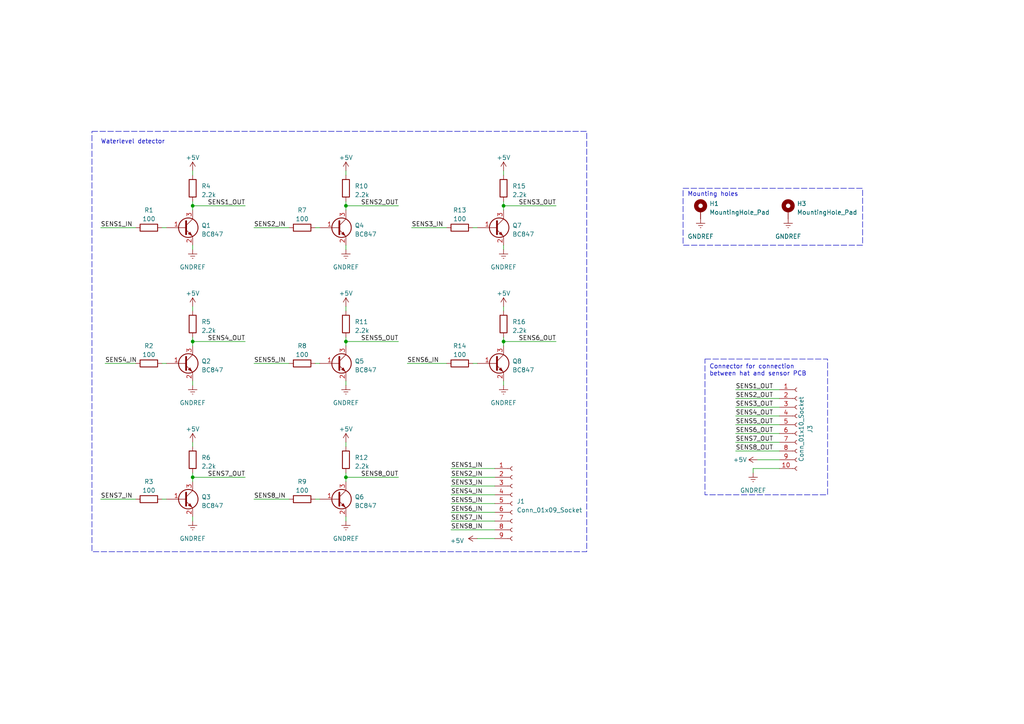
<source format=kicad_sch>
(kicad_sch (version 20230121) (generator eeschema)
  (paper "A4")
  (title_block (title "Greenhouse project FRDM-KL25Z waterlevel sensor") (date "2023-04-16") (rev "V2.0") (company "OnlyPlants") (comment 1 "Author: Emiel Visser"))
  (lib_symbols
    (symbol "Connector:Conn_01x09_Socket" (pin_names (offset 1.016) hide)
      (property "Reference" "J" (at 0 12.7 0))
      (property "Value" "Conn_01x09_Socket" (at 0 -12.7 0))
      (symbol "Conn_01x09_Socket_1_1"
        (arc (start 0 -9.652) (mid -0.5058 -10.16) (end 0 -10.668) (stroke (width 0.1524)))
        (arc (start 0 -7.112) (mid -0.5058 -7.62) (end 0 -8.128) (stroke (width 0.1524)))
        (arc (start 0 -4.572) (mid -0.5058 -5.08) (end 0 -5.588) (stroke (width 0.1524)))
        (arc (start 0 -2.032) (mid -0.5058 -2.54) (end 0 -3.048) (stroke (width 0.1524)))
        (polyline (pts (xy -1.27 -10.16) (xy -0.508 -10.16)) (stroke (width 0.1524)))
        (polyline (pts (xy -1.27 -7.62) (xy -0.508 -7.62)) (stroke (width 0.1524)))
        (polyline (pts (xy -1.27 -5.08) (xy -0.508 -5.08)) (stroke (width 0.1524)))
        (polyline (pts (xy -1.27 -2.54) (xy -0.508 -2.54)) (stroke (width 0.1524)))
        (polyline (pts (xy -1.27 0) (xy -0.508 0)) (stroke (width 0.1524)))
        (polyline (pts (xy -1.27 2.54) (xy -0.508 2.54)) (stroke (width 0.1524)))
        (polyline (pts (xy -1.27 5.08) (xy -0.508 5.08)) (stroke (width 0.1524)))
        (polyline (pts (xy -1.27 7.62) (xy -0.508 7.62)) (stroke (width 0.1524)))
        (polyline (pts (xy -1.27 10.16) (xy -0.508 10.16)) (stroke (width 0.1524)))
        (arc (start 0 0.508) (mid -0.5058 0) (end 0 -0.508) (stroke (width 0.1524)))
        (arc (start 0 3.048) (mid -0.5058 2.54) (end 0 2.032) (stroke (width 0.1524)))
        (arc (start 0 5.588) (mid -0.5058 5.08) (end 0 4.572) (stroke (width 0.1524)))
        (arc (start 0 8.128) (mid -0.5058 7.62) (end 0 7.112) (stroke (width 0.1524)))
        (arc (start 0 10.668) (mid -0.5058 10.16) (end 0 9.652) (stroke (width 0.1524)))
        (pin passive line (at -5.08 10.16 0) (length 3.81) (name "Pin_1") (number "1"))
        (pin passive line (at -5.08 7.62 0) (length 3.81) (name "Pin_2") (number "2"))
        (pin passive line (at -5.08 5.08 0) (length 3.81) (name "Pin_3") (number "3"))
        (pin passive line (at -5.08 2.54 0) (length 3.81) (name "Pin_4") (number "4"))
        (pin passive line (at -5.08 0 0) (length 3.81) (name "Pin_5") (number "5"))
        (pin passive line (at -5.08 -2.54 0) (length 3.81) (name "Pin_6") (number "6"))
        (pin passive line (at -5.08 -5.08 0) (length 3.81) (name "Pin_7") (number "7"))
        (pin passive line (at -5.08 -7.62 0) (length 3.81) (name "Pin_8") (number "8"))
        (pin passive line (at -5.08 -10.16 0) (length 3.81) (name "Pin_9") (number "9"))
      )
    )
    (symbol "Connector:Conn_01x10_Socket" (pin_names (offset 1.016) hide)
      (property "Reference" "J" (at 0 12.7 0))
      (property "Value" "Conn_01x10_Socket" (at 0 -15.24 0))
      (symbol "Conn_01x10_Socket_1_1"
        (arc (start 0 -12.192) (mid -0.5058 -12.7) (end 0 -13.208) (stroke (width 0.1524)))
        (arc (start 0 -9.652) (mid -0.5058 -10.16) (end 0 -10.668) (stroke (width 0.1524)))
        (arc (start 0 -7.112) (mid -0.5058 -7.62) (end 0 -8.128) (stroke (width 0.1524)))
        (arc (start 0 -4.572) (mid -0.5058 -5.08) (end 0 -5.588) (stroke (width 0.1524)))
        (arc (start 0 -2.032) (mid -0.5058 -2.54) (end 0 -3.048) (stroke (width 0.1524)))
        (polyline (pts (xy -1.27 -12.7) (xy -0.508 -12.7)) (stroke (width 0.1524)))
        (polyline (pts (xy -1.27 -10.16) (xy -0.508 -10.16)) (stroke (width 0.1524)))
        (polyline (pts (xy -1.27 -7.62) (xy -0.508 -7.62)) (stroke (width 0.1524)))
        (polyline (pts (xy -1.27 -5.08) (xy -0.508 -5.08)) (stroke (width 0.1524)))
        (polyline (pts (xy -1.27 -2.54) (xy -0.508 -2.54)) (stroke (width 0.1524)))
        (polyline (pts (xy -1.27 0) (xy -0.508 0)) (stroke (width 0.1524)))
        (polyline (pts (xy -1.27 2.54) (xy -0.508 2.54)) (stroke (width 0.1524)))
        (polyline (pts (xy -1.27 5.08) (xy -0.508 5.08)) (stroke (width 0.1524)))
        (polyline (pts (xy -1.27 7.62) (xy -0.508 7.62)) (stroke (width 0.1524)))
        (polyline (pts (xy -1.27 10.16) (xy -0.508 10.16)) (stroke (width 0.1524)))
        (arc (start 0 0.508) (mid -0.5058 0) (end 0 -0.508) (stroke (width 0.1524)))
        (arc (start 0 3.048) (mid -0.5058 2.54) (end 0 2.032) (stroke (width 0.1524)))
        (arc (start 0 5.588) (mid -0.5058 5.08) (end 0 4.572) (stroke (width 0.1524)))
        (arc (start 0 8.128) (mid -0.5058 7.62) (end 0 7.112) (stroke (width 0.1524)))
        (arc (start 0 10.668) (mid -0.5058 10.16) (end 0 9.652) (stroke (width 0.1524)))
        (pin passive line (at -5.08 10.16 0) (length 3.81) (name "Pin_1") (number "1"))
        (pin passive line (at -5.08 -12.7 0) (length 3.81) (name "Pin_10") (number "10"))
        (pin passive line (at -5.08 7.62 0) (length 3.81) (name "Pin_2") (number "2"))
        (pin passive line (at -5.08 5.08 0) (length 3.81) (name "Pin_3") (number "3"))
        (pin passive line (at -5.08 2.54 0) (length 3.81) (name "Pin_4") (number "4"))
        (pin passive line (at -5.08 0 0) (length 3.81) (name "Pin_5") (number "5"))
        (pin passive line (at -5.08 -2.54 0) (length 3.81) (name "Pin_6") (number "6"))
        (pin passive line (at -5.08 -5.08 0) (length 3.81) (name "Pin_7") (number "7"))
        (pin passive line (at -5.08 -7.62 0) (length 3.81) (name "Pin_8") (number "8"))
        (pin passive line (at -5.08 -10.16 0) (length 3.81) (name "Pin_9") (number "9"))
      )
    )
    (symbol "Device:R" (pin_numbers hide) (pin_names (offset 0))
      (property "Reference" "R" (at 2.032 0 90))
      (property "Value" "R" (at 0 0 90))
      (symbol "R_0_1"
        (rectangle (start -1.016 -2.54) (end 1.016 2.54) (stroke (width 0.254)))
      )
      (symbol "R_1_1"
        (pin passive line (at 0 3.81 270) (length 1.27) (name "~") (number "1"))
        (pin passive line (at 0 -3.81 90) (length 1.27) (name "~") (number "2"))
      )
    )
    (symbol "GNDREF_1" (power) (pin_names (offset 0))
      (property "Value" "GNDREF_1" (at 0 -3.81 0))
      (symbol "GNDREF_1_0_1"
        (polyline (pts (xy -0.635 -1.905) (xy 0.635 -1.905)))
        (polyline (pts (xy -0.127 -2.54) (xy 0.127 -2.54)))
        (polyline (pts (xy 0 -1.27) (xy 0 0)))
        (polyline (pts (xy 1.27 -1.27) (xy -1.27 -1.27)))
      )
      (symbol "GNDREF_1_1_1"
        (pin power_in line (at 0 0 270) (length 0) hide (name "GNDREF") (number "1"))
      )
    )
    (symbol "Mechanical:MountingHole_Pad" (pin_numbers hide) (pin_names (offset 1.016) hide)
      (property "Reference" "H" (at 0 6.35 0))
      (property "Value" "MountingHole_Pad" (at 0 4.445 0))
      (symbol "MountingHole_Pad_0_1"
        (circle (center 0 1.27) (radius 1.27) (stroke (width 1.27)))
      )
      (symbol "MountingHole_Pad_1_1"
        (pin input line (at 0 -2.54 90) (length 2.54) (name "1") (number "1"))
      )
    )
    (symbol "Transistor_BJT:BC847" (pin_names (offset 0) hide)
      (property "Reference" "Q" (at 5.08 1.905 0))
      (property "Value" "BC847" (at 5.08 0 0))
      (symbol "BC847_0_1"
        (polyline (pts (xy 0.635 0.635) (xy 2.54 2.54)))
        (polyline (pts (xy 0.635 -0.635) (xy 2.54 -2.54) (xy 2.54 -2.54)))
        (polyline (pts (xy 0.635 1.905) (xy 0.635 -1.905) (xy 0.635 -1.905)) (stroke (width 0.508)))
        (polyline (pts (xy 1.27 -1.778) (xy 1.778 -1.27) (xy 2.286 -2.286) (xy 1.27 -1.778) (xy 1.27 -1.778)) (fill (type outline)))
        (circle (center 1.27 0) (radius 2.8194) (stroke (width 0.254)))
      )
      (symbol "BC847_1_1"
        (pin input line (at -5.08 0 0) (length 5.715) (name "B") (number "1"))
        (pin passive line (at 2.54 -5.08 90) (length 2.54) (name "E") (number "2"))
        (pin passive line (at 2.54 5.08 270) (length 2.54) (name "C") (number "3"))
      )
    )
    (symbol "power:+5V" (power) (pin_names (offset 0))
      (property "Value" "+5V" (at 0 3.556 0))
      (symbol "+5V_0_1"
        (polyline (pts (xy -0.762 1.27) (xy 0 2.54)))
        (polyline (pts (xy 0 0) (xy 0 2.54)))
        (polyline (pts (xy 0 2.54) (xy 0.762 1.27)))
      )
      (symbol "+5V_1_1"
        (pin power_in line (at 0 0 90) (length 0) hide (name "+5V") (number "1"))
      )
    )
    (symbol "power:GNDREF" (power) (pin_names (offset 0))
      (property "Value" "GNDREF" (at 0 -3.81 0))
      (symbol "GNDREF_0_1"
        (polyline (pts (xy -0.635 -1.905) (xy 0.635 -1.905)))
        (polyline (pts (xy -0.127 -2.54) (xy 0.127 -2.54)))
        (polyline (pts (xy 0 -1.27) (xy 0 0)))
        (polyline (pts (xy 1.27 -1.27) (xy -1.27 -1.27)))
      )
      (symbol "GNDREF_1_1"
        (pin power_in line (at 0 0 270) (length 0) hide (name "GNDREF") (number "1"))
      )
    )
  )
  (junction (at 146.05 99.06))
  (junction (at 100.33 138.43))
  (junction (at 55.88 138.43))
  (junction (at 146.05 59.69))
  (junction (at 55.88 99.06))
  (junction (at 100.33 59.69))
  (junction (at 100.33 99.06))
  (junction (at 55.88 59.69))
  (wire (pts (xy 146.05 97.79) (xy 146.05 99.06)))
  (wire (pts (xy 100.33 71.12) (xy 100.33 72.39)))
  (wire (pts (xy 100.33 99.06) (xy 100.33 100.33)))
  (wire (pts (xy 100.33 97.79) (xy 100.33 99.06)))
  (wire (pts (xy 118.11 105.41) (xy 129.54 105.41)))
  (wire (pts (xy 55.88 49.53) (xy 55.88 50.8)))
  (wire (pts (xy 130.81 138.43) (xy 143.51 138.43)))
  (wire (pts (xy 213.36 128.27) (xy 226.06 128.27)))
  (wire (pts (xy 115.57 59.69) (xy 100.33 59.69)))
  (wire (pts (xy 213.36 118.11) (xy 226.06 118.11)))
  (wire (pts (xy 100.33 49.53) (xy 100.33 50.8)))
  (wire (pts (xy 146.05 110.49) (xy 146.05 111.76)))
  (wire (pts (xy 91.44 144.78) (xy 92.71 144.78)))
  (wire (pts (xy 213.36 120.65) (xy 226.06 120.65)))
  (wire (pts (xy 138.43 156.21) (xy 143.51 156.21)))
  (wire (pts (xy 91.44 66.04) (xy 92.71 66.04)))
  (wire (pts (xy 55.88 71.12) (xy 55.88 72.39)))
  (wire (pts (xy 146.05 59.69) (xy 146.05 60.96)))
  (wire (pts (xy 100.33 137.16) (xy 100.33 138.43)))
  (wire (pts (xy 130.81 153.67) (xy 143.51 153.67)))
  (wire (pts (xy 29.21 144.78) (xy 39.37 144.78)))
  (wire (pts (xy 146.05 71.12) (xy 146.05 72.39)))
  (wire (pts (xy 55.88 137.16) (xy 55.88 138.43)))
  (wire (pts (xy 29.21 66.04) (xy 39.37 66.04)))
  (wire (pts (xy 130.81 143.51) (xy 143.51 143.51)))
  (wire (pts (xy 55.88 149.86) (xy 55.88 151.13)))
  (wire (pts (xy 73.66 105.41) (xy 83.82 105.41)))
  (wire (pts (xy 30.48 105.41) (xy 39.37 105.41)))
  (wire (pts (xy 55.88 97.79) (xy 55.88 99.06)))
  (wire (pts (xy 146.05 58.42) (xy 146.05 59.69)))
  (wire (pts (xy 146.05 88.9) (xy 146.05 90.17)))
  (wire (pts (xy 55.88 58.42) (xy 55.88 59.69)))
  (wire (pts (xy 213.36 130.81) (xy 226.06 130.81)))
  (wire (pts (xy 137.16 105.41) (xy 138.43 105.41)))
  (wire (pts (xy 100.33 149.86) (xy 100.33 151.13)))
  (wire (pts (xy 73.66 144.78) (xy 83.82 144.78)))
  (wire (pts (xy 100.33 128.27) (xy 100.33 129.54)))
  (wire (pts (xy 100.33 58.42) (xy 100.33 59.69)))
  (wire (pts (xy 46.99 105.41) (xy 48.26 105.41)))
  (wire (pts (xy 213.36 113.03) (xy 226.06 113.03)))
  (wire (pts (xy 130.81 148.59) (xy 143.51 148.59)))
  (wire (pts (xy 226.06 133.35) (xy 219.71 133.35)))
  (wire (pts (xy 100.33 59.69) (xy 100.33 60.96)))
  (wire (pts (xy 55.88 88.9) (xy 55.88 90.17)))
  (wire (pts (xy 55.88 59.69) (xy 55.88 60.96)))
  (wire (pts (xy 213.36 125.73) (xy 226.06 125.73)))
  (wire (pts (xy 161.29 59.69) (xy 146.05 59.69)))
  (wire (pts (xy 218.44 135.89) (xy 226.06 135.89)))
  (wire (pts (xy 71.12 99.06) (xy 55.88 99.06)))
  (wire (pts (xy 100.33 88.9) (xy 100.33 90.17)))
  (wire (pts (xy 71.12 59.69) (xy 55.88 59.69)))
  (wire (pts (xy 115.57 99.06) (xy 100.33 99.06)))
  (wire (pts (xy 119.38 66.04) (xy 129.54 66.04)))
  (wire (pts (xy 130.81 135.89) (xy 143.51 135.89)))
  (wire (pts (xy 161.29 99.06) (xy 146.05 99.06)))
  (wire (pts (xy 46.99 66.04) (xy 48.26 66.04)))
  (wire (pts (xy 146.05 99.06) (xy 146.05 100.33)))
  (wire (pts (xy 115.57 138.43) (xy 100.33 138.43)))
  (wire (pts (xy 55.88 128.27) (xy 55.88 129.54)))
  (wire (pts (xy 46.99 144.78) (xy 48.26 144.78)))
  (wire (pts (xy 213.36 115.57) (xy 226.06 115.57)))
  (wire (pts (xy 130.81 146.05) (xy 143.51 146.05)))
  (wire (pts (xy 73.66 66.04) (xy 83.82 66.04)))
  (wire (pts (xy 91.44 105.41) (xy 92.71 105.41)))
  (wire (pts (xy 213.36 123.19) (xy 226.06 123.19)))
  (wire (pts (xy 130.81 140.97) (xy 143.51 140.97)))
  (wire (pts (xy 55.88 110.49) (xy 55.88 111.76)))
  (wire (pts (xy 137.16 66.04) (xy 138.43 66.04)))
  (wire (pts (xy 71.12 138.43) (xy 55.88 138.43)))
  (wire (pts (xy 100.33 110.49) (xy 100.33 111.76)))
  (wire (pts (xy 55.88 99.06) (xy 55.88 100.33)))
  (wire (pts (xy 130.81 151.13) (xy 143.51 151.13)))
  (wire (pts (xy 218.44 137.16) (xy 218.44 135.89)))
  (wire (pts (xy 146.05 49.53) (xy 146.05 50.8)))
  (wire (pts (xy 100.33 138.43) (xy 100.33 139.7)))
  (wire (pts (xy 55.88 138.43) (xy 55.88 139.7)))
  (rectangle (start 198.12 54.61) (end 250.19 71.12) (stroke (width 0) (type dash)))
  (rectangle (start 26.67 38.1) (end 170.18 160.02) (stroke (width 0) (type dash)))
  (rectangle (start 204.47 104.14) (end 240.03 143.51) (stroke (width 0) (type dash)))
  (text "Mounting holes" (at 199.39 57.15 0) (effects (font (size 1.27 1.27)) (justify left bottom)))
  (text "Connector for connection\nbetween hat and sensor PCB" (at 205.74 109.22 0) (effects (font (size 1.27 1.27)) (justify left bottom)))
  (text "Waterlevel detector" (at 29.21 41.91 0) (effects (font (size 1.27 1.27)) (justify left bottom)))
  (label "SENS5_IN" (at 130.81 146.05 0) (property "Intersheetrefs" "${INTERSHEET_REFS}" (effects hide)))
  (label "SENS3_IN" (at 130.81 140.97 0) (property "Intersheetrefs" "${INTERSHEET_REFS}" (effects hide)))
  (label "SENS6_IN" (at 118.11 105.41 0) (property "Intersheetrefs" "${INTERSHEET_REFS}" (effects hide)))
  (label "SENS2_OUT" (at 115.57 59.69 180))
  (label "SENS2_IN" (at 130.81 138.43 0) (property "Intersheetrefs" "${INTERSHEET_REFS}" (effects hide)))
  (label "SENS6_IN" (at 130.81 148.59 0) (property "Intersheetrefs" "${INTERSHEET_REFS}" (effects hide)))
  (label "SENS1_OUT" (at 71.12 59.69 180))
  (label "SENS1_OUT" (at 213.36 113.03 0) (property "Intersheetrefs" "${INTERSHEET_REFS}" (effects hide)))
  (label "SENS2_IN" (at 73.66 66.04 0) (property "Intersheetrefs" "${INTERSHEET_REFS}" (effects hide)))
  (label "SENS4_IN" (at 130.81 143.51 0) (property "Intersheetrefs" "${INTERSHEET_REFS}" (effects hide)))
  (label "SENS1_IN" (at 29.21 66.04 0) (property "Intersheetrefs" "${INTERSHEET_REFS}" (effects hide)))
  (label "SENS5_IN" (at 73.66 105.41 0) (property "Intersheetrefs" "${INTERSHEET_REFS}" (effects hide)))
  (label "SENS3_OUT" (at 161.29 59.69 180))
  (label "SENS7_OUT" (at 71.12 138.43 180))
  (label "SENS8_IN" (at 73.66 144.78 0) (property "Intersheetrefs" "${INTERSHEET_REFS}" (effects hide)))
  (label "SENS1_IN" (at 130.81 135.89 0) (property "Intersheetrefs" "${INTERSHEET_REFS}" (effects hide)))
  (label "SENS8_OUT" (at 115.57 138.43 180))
  (label "SENS4_IN" (at 30.48 105.41 0) (property "Intersheetrefs" "${INTERSHEET_REFS}" (effects hide)))
  (label "SENS6_OUT" (at 213.36 125.73 0) (property "Intersheetrefs" "${INTERSHEET_REFS}" (effects hide)))
  (label "SENS6_OUT" (at 161.29 99.06 180))
  (label "SENS7_IN" (at 29.21 144.78 0) (property "Intersheetrefs" "${INTERSHEET_REFS}" (effects hide)))
  (label "SENS5_OUT" (at 213.36 123.19 0) (property "Intersheetrefs" "${INTERSHEET_REFS}" (effects hide)))
  (label "SENS5_OUT" (at 115.57 99.06 180))
  (label "SENS3_OUT" (at 213.36 118.11 0) (property "Intersheetrefs" "${INTERSHEET_REFS}" (effects hide)))
  (label "SENS8_IN" (at 130.81 153.67 0) (property "Intersheetrefs" "${INTERSHEET_REFS}" (effects hide)))
  (label "SENS8_OUT" (at 213.36 130.81 0) (property "Intersheetrefs" "${INTERSHEET_REFS}" (effects hide)))
  (label "SENS4_OUT" (at 213.36 120.65 0) (property "Intersheetrefs" "${INTERSHEET_REFS}" (effects hide)))
  (label "SENS7_OUT" (at 213.36 128.27 0) (property "Intersheetrefs" "${INTERSHEET_REFS}" (effects hide)))
  (label "SENS3_IN" (at 119.38 66.04 0) (property "Intersheetrefs" "${INTERSHEET_REFS}" (effects hide)))
  (label "SENS2_OUT" (at 213.36 115.57 0) (property "Intersheetrefs" "${INTERSHEET_REFS}" (effects hide)))
  (label "SENS7_IN" (at 130.81 151.13 0) (property "Intersheetrefs" "${INTERSHEET_REFS}" (effects hide)))
  (label "SENS4_OUT" (at 71.12 99.06 180))
  (symbol (lib_id "power:GNDREF") (at 146.05 72.39 0) (unit 1)
    (property "Reference" "#PWR015" (effects hide))
    (property "Value" "GNDREF" (at 146.05 77.47 0))
  )
  (symbol (lib_id "power:GNDREF") (at 146.05 111.76 0) (unit 1)
    (property "Reference" "#PWR017" (effects hide))
    (property "Value" "GNDREF" (at 146.05 116.84 0))
  )
  (symbol (lib_id "power:GNDREF") (at 100.33 151.13 0) (unit 1)
    (property "Reference" "#PWR012" (effects hide))
    (property "Value" "GNDREF" (at 100.33 156.21 0))
  )
  (symbol (lib_id "Device:R") (at 146.05 54.61 180) (unit 1)
    (property "Reference" "R15" (at 148.59 53.975 0) (effects (justify right)))
    (property "Value" "2.2k" (at 148.59 56.515 0) (effects (justify right)))
    (property "Footprint" "Resistor_SMD:R_1206_3216Metric_Pad1.30x1.75mm_HandSolder" (effects hide))
  )
  (symbol (lib_id "Device:R") (at 100.33 93.98 180) (unit 1)
    (property "Reference" "R11" (at 102.87 93.345 0) (effects (justify right)))
    (property "Value" "2.2k" (at 102.87 95.885 0) (effects (justify right)))
    (property "Footprint" "Resistor_SMD:R_1206_3216Metric_Pad1.30x1.75mm_HandSolder" (effects hide))
  )
  (symbol (lib_id "Mechanical:MountingHole_Pad") (at 228.6 60.96 0) (unit 1)
    (property "Reference" "H3" (at 231.14 59.055 0) (effects (justify left)))
    (property "Value" "MountingHole_Pad" (at 231.14 61.595 0) (effects (justify left)))
    (property "Footprint" "MountingHole:MountingHole_3.2mm_M3_Pad_Via" (effects hide))
  )
  (symbol (lib_id "power:GNDREF") (at 100.33 72.39 0) (unit 1)
    (property "Reference" "#PWR08" (effects hide))
    (property "Value" "GNDREF" (at 100.33 77.47 0))
  )
  (symbol (lib_name "GNDREF_1") (lib_id "power:GNDREF") (at 203.2 63.5 0) (unit 1)
    (property "Reference" "#PWR019" (effects hide))
    (property "Value" "GNDREF" (at 203.2 68.58 0))
  )
  (symbol (lib_id "power:+5V") (at 138.43 156.21 90) (unit 1)
    (property "Reference" "#PWR013" (effects hide))
    (property "Value" "+5V" (at 134.62 156.845 90) (effects (justify left)))
  )
  (symbol (lib_id "Transistor_BJT:BC847") (at 143.51 105.41 0) (unit 1)
    (property "Reference" "Q8" (at 148.59 104.775 0) (effects (justify left)))
    (property "Value" "BC847" (at 148.59 107.315 0) (effects (justify left)))
    (property "Footprint" "Package_TO_SOT_SMD:SOT-23" (effects hide))
    (property "Datasheet" "http://www.infineon.com/dgdl/Infineon-BC847SERIES_BC848SERIES_BC849SERIES_BC850SERIES-DS-v01_01-en.pdf?fileId=db3a304314dca389011541d4630a1657" (effects hide))
  )
  (symbol (lib_id "Transistor_BJT:BC847") (at 97.79 105.41 0) (unit 1)
    (property "Reference" "Q5" (at 102.87 104.775 0) (effects (justify left)))
    (property "Value" "BC847" (at 102.87 107.315 0) (effects (justify left)))
    (property "Footprint" "Package_TO_SOT_SMD:SOT-23" (effects hide))
    (property "Datasheet" "http://www.infineon.com/dgdl/Infineon-BC847SERIES_BC848SERIES_BC849SERIES_BC850SERIES-DS-v01_01-en.pdf?fileId=db3a304314dca389011541d4630a1657" (effects hide))
  )
  (symbol (lib_id "Transistor_BJT:BC847") (at 97.79 144.78 0) (unit 1)
    (property "Reference" "Q6" (at 102.87 144.145 0) (effects (justify left)))
    (property "Value" "BC847" (at 102.87 146.685 0) (effects (justify left)))
    (property "Footprint" "Package_TO_SOT_SMD:SOT-23" (effects hide))
    (property "Datasheet" "http://www.infineon.com/dgdl/Infineon-BC847SERIES_BC848SERIES_BC849SERIES_BC850SERIES-DS-v01_01-en.pdf?fileId=db3a304314dca389011541d4630a1657" (effects hide))
  )
  (symbol (lib_id "power:GNDREF") (at 218.44 137.16 0) (unit 1)
    (property "Reference" "#PWR020" (effects hide))
    (property "Value" "GNDREF" (at 218.44 142.24 0))
  )
  (symbol (lib_id "power:GNDREF") (at 55.88 151.13 0) (unit 1)
    (property "Reference" "#PWR06" (effects hide))
    (property "Value" "GNDREF" (at 55.88 156.21 0))
  )
  (symbol (lib_id "Mechanical:MountingHole_Pad") (at 203.2 60.96 0) (unit 1)
    (property "Reference" "H1" (at 205.74 59.055 0) (effects (justify left)))
    (property "Value" "MountingHole_Pad" (at 205.74 61.595 0) (effects (justify left)))
    (property "Footprint" "MountingHole:MountingHole_3.2mm_M3_Pad_Via" (effects hide))
  )
  (symbol (lib_id "Device:R") (at 43.18 144.78 270) (unit 1)
    (property "Reference" "R3" (at 43.18 139.7 90))
    (property "Value" "100" (at 43.18 142.24 90))
    (property "Footprint" "Resistor_SMD:R_1206_3216Metric_Pad1.30x1.75mm_HandSolder" (effects hide))
  )
  (symbol (lib_id "Device:R") (at 87.63 66.04 270) (unit 1)
    (property "Reference" "R7" (at 87.63 60.96 90))
    (property "Value" "100" (at 87.63 63.5 90))
    (property "Footprint" "Resistor_SMD:R_1206_3216Metric_Pad1.30x1.75mm_HandSolder" (effects hide))
  )
  (symbol (lib_id "Device:R") (at 43.18 66.04 270) (unit 1)
    (property "Reference" "R1" (at 43.18 60.96 90))
    (property "Value" "100" (at 43.18 63.5 90))
    (property "Footprint" "Resistor_SMD:R_1206_3216Metric_Pad1.30x1.75mm_HandSolder" (effects hide))
  )
  (symbol (lib_id "power:+5V") (at 100.33 49.53 0) (unit 1)
    (property "Reference" "#PWR07" (effects hide))
    (property "Value" "+5V" (at 100.33 45.72 0))
  )
  (symbol (lib_id "power:+5V") (at 100.33 88.9 0) (unit 1)
    (property "Reference" "#PWR09" (effects hide))
    (property "Value" "+5V" (at 100.33 85.09 0))
  )
  (symbol (lib_id "power:+5V") (at 146.05 88.9 0) (unit 1)
    (property "Reference" "#PWR016" (effects hide))
    (property "Value" "+5V" (at 146.05 85.09 0))
  )
  (symbol (lib_id "Device:R") (at 133.35 105.41 270) (unit 1)
    (property "Reference" "R14" (at 133.35 100.33 90))
    (property "Value" "100" (at 133.35 102.87 90))
    (property "Footprint" "Resistor_SMD:R_1206_3216Metric_Pad1.30x1.75mm_HandSolder" (effects hide))
  )
  (symbol (lib_id "power:+5V") (at 55.88 128.27 0) (unit 1)
    (property "Reference" "#PWR05" (effects hide))
    (property "Value" "+5V" (at 55.88 124.46 0))
  )
  (symbol (lib_id "power:GNDREF") (at 55.88 111.76 0) (unit 1)
    (property "Reference" "#PWR04" (effects hide))
    (property "Value" "GNDREF" (at 55.88 116.84 0))
  )
  (symbol (lib_id "power:+5V") (at 146.05 49.53 0) (unit 1)
    (property "Reference" "#PWR014" (effects hide))
    (property "Value" "+5V" (at 146.05 45.72 0))
  )
  (symbol (lib_id "power:+5V") (at 219.71 133.35 90) (unit 1)
    (property "Reference" "#PWR018" (effects hide))
    (property "Value" "+5V" (at 214.63 133.35 90))
  )
  (symbol (lib_id "Device:R") (at 146.05 93.98 180) (unit 1)
    (property "Reference" "R16" (at 148.59 93.345 0) (effects (justify right)))
    (property "Value" "2.2k" (at 148.59 95.885 0) (effects (justify right)))
    (property "Footprint" "Resistor_SMD:R_1206_3216Metric_Pad1.30x1.75mm_HandSolder" (effects hide))
  )
  (symbol (lib_id "Device:R") (at 87.63 144.78 270) (unit 1)
    (property "Reference" "R9" (at 87.63 139.7 90))
    (property "Value" "100" (at 87.63 142.24 90))
    (property "Footprint" "Resistor_SMD:R_1206_3216Metric_Pad1.30x1.75mm_HandSolder" (effects hide))
  )
  (symbol (lib_id "power:GNDREF") (at 55.88 72.39 0) (unit 1)
    (property "Reference" "#PWR02" (effects hide))
    (property "Value" "GNDREF" (at 55.88 77.47 0))
  )
  (symbol (lib_id "Transistor_BJT:BC847") (at 53.34 105.41 0) (unit 1)
    (property "Reference" "Q2" (at 58.42 104.775 0) (effects (justify left)))
    (property "Value" "BC847" (at 58.42 107.315 0) (effects (justify left)))
    (property "Footprint" "Package_TO_SOT_SMD:SOT-23" (effects hide))
    (property "Datasheet" "http://www.infineon.com/dgdl/Infineon-BC847SERIES_BC848SERIES_BC849SERIES_BC850SERIES-DS-v01_01-en.pdf?fileId=db3a304314dca389011541d4630a1657" (effects hide))
  )
  (symbol (lib_id "Device:R") (at 55.88 54.61 180) (unit 1)
    (property "Reference" "R4" (at 58.42 53.975 0) (effects (justify right)))
    (property "Value" "2.2k" (at 58.42 56.515 0) (effects (justify right)))
    (property "Footprint" "Resistor_SMD:R_1206_3216Metric_Pad1.30x1.75mm_HandSolder" (effects hide))
  )
  (symbol (lib_id "Device:R") (at 100.33 54.61 180) (unit 1)
    (property "Reference" "R10" (at 102.87 53.975 0) (effects (justify right)))
    (property "Value" "2.2k" (at 102.87 56.515 0) (effects (justify right)))
    (property "Footprint" "Resistor_SMD:R_1206_3216Metric_Pad1.30x1.75mm_HandSolder" (effects hide))
  )
  (symbol (lib_id "Transistor_BJT:BC847") (at 53.34 66.04 0) (unit 1)
    (property "Reference" "Q1" (at 58.42 65.405 0) (effects (justify left)))
    (property "Value" "BC847" (at 58.42 67.945 0) (effects (justify left)))
    (property "Footprint" "Package_TO_SOT_SMD:SOT-23" (effects hide))
    (property "Datasheet" "http://www.infineon.com/dgdl/Infineon-BC847SERIES_BC848SERIES_BC849SERIES_BC850SERIES-DS-v01_01-en.pdf?fileId=db3a304314dca389011541d4630a1657" (effects hide))
  )
  (symbol (lib_id "Device:R") (at 133.35 66.04 270) (unit 1)
    (property "Reference" "R13" (at 133.35 60.96 90))
    (property "Value" "100" (at 133.35 63.5 90))
    (property "Footprint" "Resistor_SMD:R_1206_3216Metric_Pad1.30x1.75mm_HandSolder" (effects hide))
  )
  (symbol (lib_id "Connector:Conn_01x10_Socket") (at 231.14 123.19 0) (unit 1)
    (property "Reference" "J3" (at 234.95 124.46 90))
    (property "Value" "Conn_01x10_Socket" (at 232.41 124.46 90))
    (property "Footprint" "Connector_IDC:IDC-Header_2x05_P2.54mm_Vertical" (effects hide))
  )
  (symbol (lib_id "power:+5V") (at 100.33 128.27 0) (unit 1)
    (property "Reference" "#PWR011" (effects hide))
    (property "Value" "+5V" (at 100.33 124.46 0))
  )
  (symbol (lib_name "GNDREF_1") (lib_id "power:GNDREF") (at 228.6 63.5 0) (unit 1)
    (property "Reference" "#PWR021" (effects hide))
    (property "Value" "GNDREF" (at 228.6 68.58 0))
  )
  (symbol (lib_id "Device:R") (at 55.88 133.35 180) (unit 1)
    (property "Reference" "R6" (at 58.42 132.715 0) (effects (justify right)))
    (property "Value" "2.2k" (at 58.42 135.255 0) (effects (justify right)))
    (property "Footprint" "Resistor_SMD:R_1206_3216Metric_Pad1.30x1.75mm_HandSolder" (effects hide))
  )
  (symbol (lib_id "Device:R") (at 55.88 93.98 180) (unit 1)
    (property "Reference" "R5" (at 58.42 93.345 0) (effects (justify right)))
    (property "Value" "2.2k" (at 58.42 95.885 0) (effects (justify right)))
    (property "Footprint" "Resistor_SMD:R_1206_3216Metric_Pad1.30x1.75mm_HandSolder" (effects hide))
  )
  (symbol (lib_id "power:+5V") (at 55.88 88.9 0) (unit 1)
    (property "Reference" "#PWR03" (effects hide))
    (property "Value" "+5V" (at 55.88 85.09 0))
  )
  (symbol (lib_id "Connector:Conn_01x09_Socket") (at 148.59 146.05 0) (unit 1)
    (property "Reference" "J1" (at 149.86 145.415 0) (effects (justify left)))
    (property "Value" "Conn_01x09_Socket" (at 149.86 147.955 0) (effects (justify left)))
    (property "Footprint" "Connector_PinHeader_2.54mm:PinHeader_1x09_P2.54mm_Vertical" (effects hide))
  )
  (symbol (lib_id "Transistor_BJT:BC847") (at 143.51 66.04 0) (unit 1)
    (property "Reference" "Q7" (at 148.59 65.405 0) (effects (justify left)))
    (property "Value" "BC847" (at 148.59 67.945 0) (effects (justify left)))
    (property "Footprint" "Package_TO_SOT_SMD:SOT-23" (effects hide))
    (property "Datasheet" "http://www.infineon.com/dgdl/Infineon-BC847SERIES_BC848SERIES_BC849SERIES_BC850SERIES-DS-v01_01-en.pdf?fileId=db3a304314dca389011541d4630a1657" (effects hide))
  )
  (symbol (lib_id "Device:R") (at 43.18 105.41 270) (unit 1)
    (property "Reference" "R2" (at 43.18 100.33 90))
    (property "Value" "100" (at 43.18 102.87 90))
    (property "Footprint" "Resistor_SMD:R_1206_3216Metric_Pad1.30x1.75mm_HandSolder" (effects hide))
  )
  (symbol (lib_id "Transistor_BJT:BC847") (at 97.79 66.04 0) (unit 1)
    (property "Reference" "Q4" (at 102.87 65.405 0) (effects (justify left)))
    (property "Value" "BC847" (at 102.87 67.945 0) (effects (justify left)))
    (property "Footprint" "Package_TO_SOT_SMD:SOT-23" (effects hide))
    (property "Datasheet" "http://www.infineon.com/dgdl/Infineon-BC847SERIES_BC848SERIES_BC849SERIES_BC850SERIES-DS-v01_01-en.pdf?fileId=db3a304314dca389011541d4630a1657" (effects hide))
  )
  (symbol (lib_id "power:+5V") (at 55.88 49.53 0) (unit 1)
    (property "Reference" "#PWR01" (effects hide))
    (property "Value" "+5V" (at 55.88 45.72 0))
  )
  (symbol (lib_id "power:GNDREF") (at 100.33 111.76 0) (unit 1)
    (property "Reference" "#PWR010" (effects hide))
    (property "Value" "GNDREF" (at 100.33 116.84 0))
  )
  (symbol (lib_id "Device:R") (at 100.33 133.35 180) (unit 1)
    (property "Reference" "R12" (at 102.87 132.715 0) (effects (justify right)))
    (property "Value" "2.2k" (at 102.87 135.255 0) (effects (justify right)))
    (property "Footprint" "Resistor_SMD:R_1206_3216Metric_Pad1.30x1.75mm_HandSolder" (effects hide))
  )
  (symbol (lib_id "Transistor_BJT:BC847") (at 53.34 144.78 0) (unit 1)
    (property "Reference" "Q3" (at 58.42 144.145 0) (effects (justify left)))
    (property "Value" "BC847" (at 58.42 146.685 0) (effects (justify left)))
    (property "Footprint" "Package_TO_SOT_SMD:SOT-23" (effects hide))
    (property "Datasheet" "http://www.infineon.com/dgdl/Infineon-BC847SERIES_BC848SERIES_BC849SERIES_BC850SERIES-DS-v01_01-en.pdf?fileId=db3a304314dca389011541d4630a1657" (effects hide))
  )
  (symbol (lib_id "Device:R") (at 87.63 105.41 270) (unit 1)
    (property "Reference" "R8" (at 87.63 100.33 90))
    (property "Value" "100" (at 87.63 102.87 90))
    (property "Footprint" "Resistor_SMD:R_1206_3216Metric_Pad1.30x1.75mm_HandSolder" (effects hide))
  )
)
</source>
